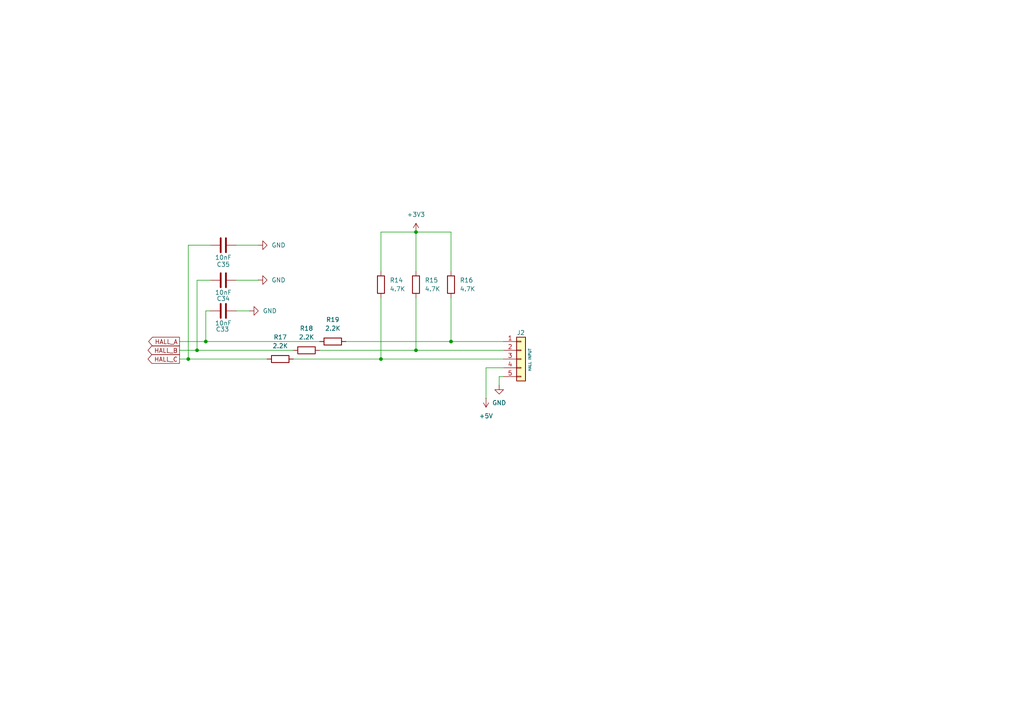
<source format=kicad_sch>
(kicad_sch (version 20250114) (generator "eeschema") (generator_version "9.0")
  (paper "A4")
  (lib_symbols
    (symbol "Connector_Generic:Conn_01x05" (pin_names (offset 1.016) (hide yes))
      (property "Reference" "J" (at 0 7.62 0))
      (property "Value" "Conn_01x05" (at 0 -7.62 0))
      (symbol "Conn_01x05_1_1"
        (rectangle (start -1.27 6.35) (end 1.27 -6.35) (stroke (width 0.254)) (fill (type background)))
        (rectangle (start -1.27 5.207) (end 0 4.953) (stroke (width 0.1524)))
        (rectangle (start -1.27 2.667) (end 0 2.413) (stroke (width 0.1524)))
        (rectangle (start -1.27 0.127) (end 0 -0.127) (stroke (width 0.1524)))
        (rectangle (start -1.27 -2.413) (end 0 -2.667) (stroke (width 0.1524)))
        (rectangle (start -1.27 -4.953) (end 0 -5.207) (stroke (width 0.1524)))
        (pin passive line (at -5.08 5.08 0) (length 3.81) (name "Pin_1") (number "1"))
        (pin passive line (at -5.08 2.54 0) (length 3.81) (name "Pin_2") (number "2"))
        (pin passive line (at -5.08 0 0) (length 3.81) (name "Pin_3") (number "3"))
        (pin passive line (at -5.08 -2.54 0) (length 3.81) (name "Pin_4") (number "4"))
        (pin passive line (at -5.08 -5.08 0) (length 3.81) (name "Pin_5") (number "5"))
      )
    )
    (symbol "Device:C" (pin_numbers (hide yes)) (pin_names (offset 0.254))
      (property "Reference" "C" (at 0.635 2.54 0))
      (property "Value" "C" (at 0.635 -2.54 0))
      (symbol "C_0_1"
        (polyline (pts (xy -2.032 0.762) (xy 2.032 0.762)) (stroke (width 0.508)))
        (polyline (pts (xy -2.032 -0.762) (xy 2.032 -0.762)) (stroke (width 0.508)))
      )
      (symbol "C_1_1"
        (pin passive line (at 0 3.81 270) (length 2.794) (name "~") (number "1"))
        (pin passive line (at 0 -3.81 90) (length 2.794) (name "~") (number "2"))
      )
    )
    (symbol "Device:R" (pin_numbers (hide yes)) (pin_names (offset 0))
      (property "Reference" "R" (at 2.032 0 90))
      (property "Value" "R" (at 0 0 90))
      (symbol "R_0_1"
        (rectangle (start -1.016 -2.54) (end 1.016 2.54) (stroke (width 0.254)))
      )
      (symbol "R_1_1"
        (pin passive line (at 0 3.81 270) (length 1.27) (name "~") (number "1"))
        (pin passive line (at 0 -3.81 90) (length 1.27) (name "~") (number "2"))
      )
    )
    (symbol "power:+3V3" (power) (pin_numbers (hide yes)) (pin_names (offset 0) (hide yes))
      (property "Value" "+3V3" (at 0 3.556 0))
      (symbol "+3V3_0_1"
        (polyline (pts (xy -0.762 1.27) (xy 0 2.54)))
        (polyline (pts (xy 0 2.54) (xy 0.762 1.27)))
        (polyline (pts (xy 0 0) (xy 0 2.54)))
      )
      (symbol "+3V3_1_1"
        (pin power_in line (at 0 0 90) (length 0) (name "~") (number "1"))
      )
    )
    (symbol "power:+5V" (power) (pin_numbers (hide yes)) (pin_names (offset 0) (hide yes))
      (property "Value" "+5V" (at 0 3.556 0))
      (symbol "+5V_0_1"
        (polyline (pts (xy -0.762 1.27) (xy 0 2.54)))
        (polyline (pts (xy 0 2.54) (xy 0.762 1.27)))
        (polyline (pts (xy 0 0) (xy 0 2.54)))
      )
      (symbol "+5V_1_1"
        (pin power_in line (at 0 0 90) (length 0) (name "~") (number "1"))
      )
    )
    (symbol "power:GND" (power) (pin_numbers (hide yes)) (pin_names (offset 0) (hide yes))
      (property "Value" "GND" (at 0 -3.81 0))
      (symbol "GND_0_1"
        (polyline (pts (xy 0 0) (xy 0 -1.27) (xy 1.27 -1.27) (xy 0 -2.54) (xy -1.27 -1.27) (xy 0 -1.27)))
      )
      (symbol "GND_1_1"
        (pin power_in line (at 0 0 270) (length 0) (name "~") (number "1"))
      )
    )
  )
  (junction (at 120.65 101.6))
  (junction (at 120.65 67.31))
  (junction (at 59.69 99.06))
  (junction (at 110.49 104.14))
  (junction (at 54.61 104.14))
  (junction (at 130.81 99.06))
  (junction (at 57.15 101.6))
  (wire (pts (xy 120.65 86.36) (xy 120.65 101.6)))
  (wire (pts (xy 130.81 86.36) (xy 130.81 99.06)))
  (wire (pts (xy 100.33 99.06) (xy 130.81 99.06)))
  (wire (pts (xy 110.49 104.14) (xy 110.49 86.36)))
  (wire (pts (xy 68.58 81.28) (xy 74.93 81.28)))
  (wire (pts (xy 52.07 99.06) (xy 59.69 99.06)))
  (wire (pts (xy 68.58 71.12) (xy 74.93 71.12)))
  (wire (pts (xy 92.71 101.6) (xy 120.65 101.6)))
  (wire (pts (xy 110.49 104.14) (xy 146.05 104.14)))
  (wire (pts (xy 130.81 99.06) (xy 146.05 99.06)))
  (wire (pts (xy 59.69 90.17) (xy 60.96 90.17)))
  (wire (pts (xy 140.97 106.68) (xy 140.97 115.57)))
  (wire (pts (xy 120.65 78.74) (xy 120.65 67.31)))
  (wire (pts (xy 144.78 109.22) (xy 144.78 111.76)))
  (wire (pts (xy 54.61 104.14) (xy 54.61 71.12)))
  (wire (pts (xy 57.15 101.6) (xy 85.09 101.6)))
  (wire (pts (xy 110.49 78.74) (xy 110.49 67.31)))
  (wire (pts (xy 59.69 99.06) (xy 92.71 99.06)))
  (wire (pts (xy 146.05 106.68) (xy 140.97 106.68)))
  (wire (pts (xy 120.65 101.6) (xy 146.05 101.6)))
  (wire (pts (xy 54.61 71.12) (xy 60.96 71.12)))
  (wire (pts (xy 52.07 104.14) (xy 54.61 104.14)))
  (wire (pts (xy 68.58 90.17) (xy 72.39 90.17)))
  (wire (pts (xy 130.81 78.74) (xy 130.81 67.31)))
  (wire (pts (xy 59.69 99.06) (xy 59.69 90.17)))
  (wire (pts (xy 54.61 104.14) (xy 77.47 104.14)))
  (wire (pts (xy 57.15 81.28) (xy 60.96 81.28)))
  (wire (pts (xy 57.15 81.28) (xy 57.15 101.6)))
  (wire (pts (xy 85.09 104.14) (xy 110.49 104.14)))
  (wire (pts (xy 52.07 101.6) (xy 57.15 101.6)))
  (wire (pts (xy 130.81 67.31) (xy 120.65 67.31)))
  (wire (pts (xy 146.05 109.22) (xy 144.78 109.22)))
  (wire (pts (xy 74.93 81.2296) (xy 74.93 81.28)))
  (wire (pts (xy 110.49 67.31) (xy 120.65 67.31)))
  (global_label "HALL_A" (shape output) (at 52.07 99.06 180) (property "Intersheetrefs" "${INTERSHEET_REFS}" (effects (hide yes))))
  (global_label "HALL_B" (shape output) (at 52.07 101.6 180) (property "Intersheetrefs" "${INTERSHEET_REFS}" (effects (hide yes))))
  (global_label "HALL_C" (shape output) (at 52.07 104.14 180) (property "Intersheetrefs" "${INTERSHEET_REFS}" (effects (hide yes))))
  (symbol (lib_id "Device:C") (at 64.77 81.28 90) (unit 1)
    (property "Reference" "C34" (at 64.77 86.614 90))
    (property "Value" "10nF" (at 64.77 84.836 90))
    (property "Footprint" "Capacitor_SMD:C_0603_1608Metric_Pad1.08x0.95mm_HandSolder" (effects (hide yes)))
    (property "Description" "Unpolarized capacitor" (effects (hide yes)))
  )
  (symbol (lib_id "Device:C") (at 64.77 90.17 90) (unit 1)
    (property "Reference" "C33" (at 64.516 95.504 90))
    (property "Value" "10nF" (at 64.77 93.726 90))
    (property "Footprint" "Capacitor_SMD:C_0603_1608Metric_Pad1.08x0.95mm_HandSolder" (effects (hide yes)))
    (property "Description" "Unpolarized capacitor" (effects (hide yes)))
  )
  (symbol (lib_id "Device:R") (at 130.81 82.55 0) (unit 1)
    (property "Reference" "R16" (at 133.35 81.2799 0) (effects (justify left)))
    (property "Value" "4.7K" (at 133.35 83.8199 0) (effects (justify left)))
    (property "Footprint" "Resistor_SMD:R_0603_1608Metric_Pad0.98x0.95mm_HandSolder" (effects (hide yes)))
    (property "Description" "Resistor" (effects (hide yes)))
  )
  (symbol (lib_id "Device:C") (at 64.77 71.12 90) (unit 1)
    (property "Reference" "C35" (at 64.77 76.708 90))
    (property "Value" "10nF" (at 64.77 74.676 90))
    (property "Footprint" "Capacitor_SMD:C_0603_1608Metric_Pad1.08x0.95mm_HandSolder" (effects (hide yes)))
    (property "Description" "Unpolarized capacitor" (effects (hide yes)))
  )
  (symbol (lib_id "Device:R") (at 88.9 101.6 90) (unit 1)
    (property "Reference" "R18" (at 88.9 95.25 90))
    (property "Value" "2.2K" (at 88.9 97.79 90))
    (property "Footprint" "Resistor_SMD:R_0603_1608Metric_Pad0.98x0.95mm_HandSolder" (effects (hide yes)))
    (property "Description" "Resistor" (effects (hide yes)))
  )
  (symbol (lib_id "Device:R") (at 110.49 82.55 0) (unit 1)
    (property "Reference" "R14" (at 113.03 81.2799 0) (effects (justify left)))
    (property "Value" "4.7K" (at 113.03 83.8199 0) (effects (justify left)))
    (property "Footprint" "Resistor_SMD:R_0603_1608Metric_Pad0.98x0.95mm_HandSolder" (effects (hide yes)))
    (property "Description" "Resistor" (effects (hide yes)))
  )
  (symbol (lib_id "Device:R") (at 81.28 104.14 90) (unit 1)
    (property "Reference" "R17" (at 81.28 97.79 90))
    (property "Value" "2.2K" (at 81.28 100.33 90))
    (property "Footprint" "Resistor_SMD:R_0603_1608Metric_Pad0.98x0.95mm_HandSolder" (effects (hide yes)))
    (property "Description" "Resistor" (effects (hide yes)))
  )
  (symbol (lib_id "power:+3V3") (at 120.65 67.31 0) (unit 1)
    (property "Reference" "#PWR043" (effects (hide yes)))
    (property "Value" "+3V3" (at 120.65 62.23 0))
    (property "Description" "Power symbol creates a global label with name \"+3V3\"" (effects (hide yes)))
  )
  (symbol (lib_id "power:+5V") (at 140.97 115.57 180) (unit 1)
    (property "Reference" "#PWR045" (effects (hide yes)))
    (property "Value" "+5V" (at 140.97 120.65 0))
    (property "Description" "Power symbol creates a global label with name \"+5V\"" (effects (hide yes)))
  )
  (symbol (lib_id "power:GND") (at 72.39 90.17 90) (unit 1)
    (property "Reference" "#PWR046" (effects (hide yes)))
    (property "Value" "GND" (at 76.2 90.1699 90) (effects (justify right)))
    (property "Description" "Power symbol creates a global label with name \"GND\" , ground" (effects (hide yes)))
  )
  (symbol (lib_id "power:GND") (at 144.78 111.76 0) (unit 1)
    (property "Reference" "#PWR044" (effects (hide yes)))
    (property "Value" "GND" (at 144.78 116.84 0))
    (property "Description" "Power symbol creates a global label with name \"GND\" , ground" (effects (hide yes)))
  )
  (symbol (lib_id "Device:R") (at 96.52 99.06 90) (unit 1)
    (property "Reference" "R19" (at 96.52 92.71 90))
    (property "Value" "2.2K" (at 96.52 95.25 90))
    (property "Footprint" "Resistor_SMD:R_0603_1608Metric_Pad0.98x0.95mm_HandSolder" (effects (hide yes)))
    (property "Description" "Resistor" (effects (hide yes)))
  )
  (symbol (lib_id "power:GND") (at 74.93 71.12 90) (unit 1)
    (property "Reference" "#PWR089" (effects (hide yes)))
    (property "Value" "GND" (at 78.74 71.1199 90) (effects (justify right)))
    (property "Description" "Power symbol creates a global label with name \"GND\" , ground" (effects (hide yes)))
  )
  (symbol (lib_id "Connector_Generic:Conn_01x05") (at 151.13 104.14 0) (unit 1)
    (property "Reference" "J2" (at 149.86 96.52 0) (effects (justify left)))
    (property "Value" "HALL INPUT" (at 153.67 107.696 90) (effects (font (size 0.762 0.762)) (justify left)))
    (property "Footprint" "Connector_PinSocket_2.00mm:PinSocket_1x05_P2.00mm_Vertical" (effects (hide yes)))
    (property "Description" "Generic connector, single row, 01x05, script generated (kicad-library-utils/schlib/autogen/connector/)" (effects (hide yes)))
  )
  (symbol (lib_id "Device:R") (at 120.65 82.55 0) (unit 1)
    (property "Reference" "R15" (at 123.19 81.2799 0) (effects (justify left)))
    (property "Value" "4.7K" (at 123.19 83.8199 0) (effects (justify left)))
    (property "Footprint" "Resistor_SMD:R_0603_1608Metric_Pad0.98x0.95mm_HandSolder" (effects (hide yes)))
    (property "Description" "Resistor" (effects (hide yes)))
  )
  (symbol (lib_id "power:GND") (at 74.93 81.2296 90) (unit 1)
    (property "Reference" "#PWR085" (effects (hide yes)))
    (property "Value" "GND" (at 78.74 81.2295 90) (effects (justify right)))
    (property "Description" "Power symbol creates a global label with name \"GND\" , ground" (effects (hide yes)))
  )
)
</source>
